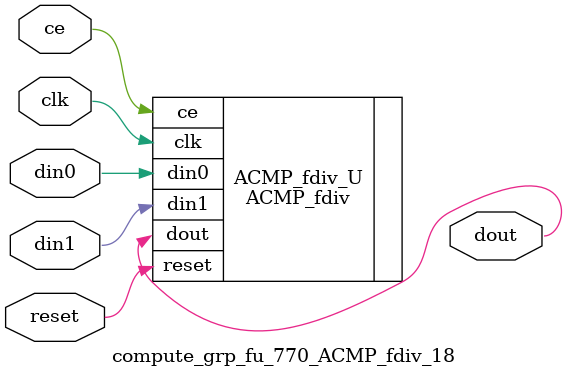
<source format=v>

`timescale 1 ns / 1 ps
module compute_grp_fu_770_ACMP_fdiv_18(
    clk,
    reset,
    ce,
    din0,
    din1,
    dout);

parameter ID = 32'd1;
parameter NUM_STAGE = 32'd1;
parameter din0_WIDTH = 32'd1;
parameter din1_WIDTH = 32'd1;
parameter dout_WIDTH = 32'd1;
input clk;
input reset;
input ce;
input[din0_WIDTH - 1:0] din0;
input[din1_WIDTH - 1:0] din1;
output[dout_WIDTH - 1:0] dout;



ACMP_fdiv #(
.ID( ID ),
.NUM_STAGE( 10 ),
.din0_WIDTH( din0_WIDTH ),
.din1_WIDTH( din1_WIDTH ),
.dout_WIDTH( dout_WIDTH ))
ACMP_fdiv_U(
    .clk( clk ),
    .reset( reset ),
    .ce( ce ),
    .din0( din0 ),
    .din1( din1 ),
    .dout( dout ));

endmodule

</source>
